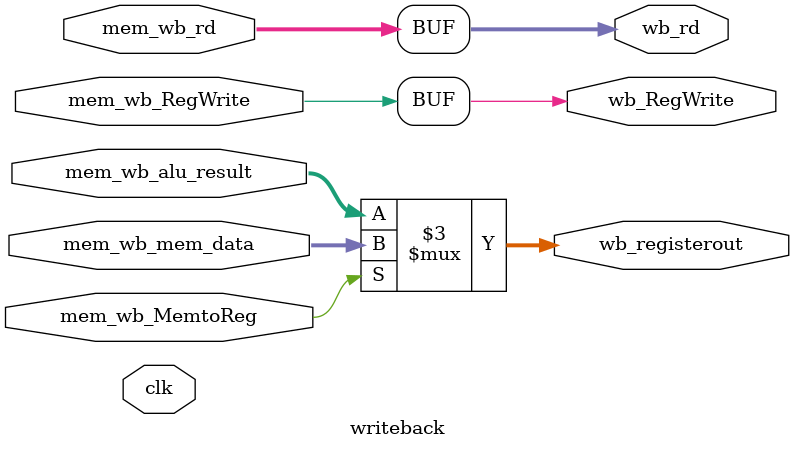
<source format=v>
module writeback (
    input clk,
   // input wb_write,         // Control signal from WB stage
    input mem_wb_MemtoReg,   // Control signal from MEM/WB pipeline register
    input mem_wb_RegWrite,   // Register write control signal from MEM/WB
    input [4:0] mem_wb_rd,   // Destination register from MEM/WB stage
    input [63:0] mem_wb_alu_result,  // ALU result from MEM/WB stage
    input [63:0] mem_wb_mem_data,    // Memory data from MEM/WB stage

    output reg wb_RegWrite,  // Forwarded RegWrite control signal
    output reg [4:0] wb_rd,  
    output reg [63:0] wb_registerout 
);

    // Initialize registers to avoid unknown states
    // initial begin
    //     wb_RegWrite = 0;
    //     wb_rd = 5'b00000;
    //     wb_registerout = 64'd0;
    // end

    always @(*) begin
        //if(wb_write)
        //begin
        wb_RegWrite = mem_wb_RegWrite;
        wb_rd = mem_wb_rd;

        if (mem_wb_MemtoReg) begin
            wb_registerout = mem_wb_mem_data;  // Write memory data to register
        end else begin
            wb_registerout = mem_wb_alu_result;  // Write ALU result to register
        end
            // $display("Time: %0t | clk: %b | wb_RegWrite: %b | wb_rd: %d | wb_registerout: %d", 
            //      $time, clk, wb_RegWrite, wb_rd, wb_registerout);
 //   end
    end

endmodule

</source>
